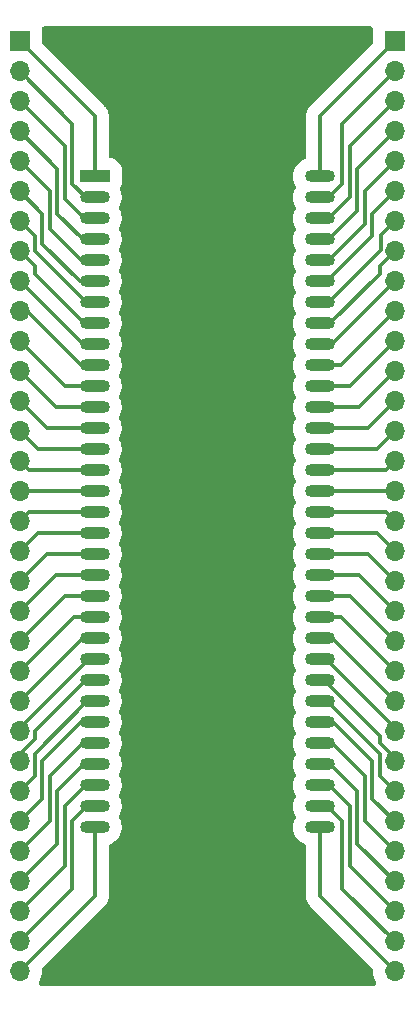
<source format=gbl>
G04 #@! TF.GenerationSoftware,KiCad,Pcbnew,7.0.7*
G04 #@! TF.CreationDate,2023-08-26T15:25:03-04:00*
G04 #@! TF.ProjectId,68-pin 1.778mm to 2.54mm adaptor,36382d70-696e-4203-912e-3737386d6d20,1*
G04 #@! TF.SameCoordinates,Original*
G04 #@! TF.FileFunction,Copper,L2,Bot*
G04 #@! TF.FilePolarity,Positive*
%FSLAX46Y46*%
G04 Gerber Fmt 4.6, Leading zero omitted, Abs format (unit mm)*
G04 Created by KiCad (PCBNEW 7.0.7) date 2023-08-26 15:25:03*
%MOMM*%
%LPD*%
G01*
G04 APERTURE LIST*
G04 #@! TA.AperFunction,ComponentPad*
%ADD10R,2.540000X1.016000*%
G04 #@! TD*
G04 #@! TA.AperFunction,ComponentPad*
%ADD11O,2.540000X1.016000*%
G04 #@! TD*
G04 #@! TA.AperFunction,ComponentPad*
%ADD12R,1.700000X1.700000*%
G04 #@! TD*
G04 #@! TA.AperFunction,ComponentPad*
%ADD13O,1.700000X1.700000*%
G04 #@! TD*
G04 #@! TA.AperFunction,Conductor*
%ADD14C,0.333000*%
G04 #@! TD*
G04 #@! TA.AperFunction,Conductor*
%ADD15C,0.250000*%
G04 #@! TD*
G04 APERTURE END LIST*
D10*
X118110000Y-57150000D03*
D11*
X118110000Y-58928000D03*
X118110000Y-60706000D03*
X118110000Y-62484000D03*
X118110000Y-64262000D03*
X118110000Y-66040000D03*
X118110000Y-67818000D03*
X118110000Y-69596000D03*
X118110000Y-71374000D03*
X118110000Y-73152000D03*
X118110000Y-74930000D03*
X118110000Y-76708000D03*
X118110000Y-78486000D03*
X118110000Y-80264000D03*
X118110000Y-82042000D03*
X118110000Y-83820000D03*
X118110000Y-85598000D03*
X118110000Y-87376000D03*
X118110000Y-89154000D03*
X118110000Y-90932000D03*
X118110000Y-92710000D03*
X118110000Y-94488000D03*
X118110000Y-96266000D03*
X118110000Y-98044000D03*
X118110000Y-99822000D03*
X118110000Y-101600000D03*
X118110000Y-103378000D03*
X118110000Y-105156000D03*
X118110000Y-106934000D03*
X118110000Y-108712000D03*
X118110000Y-110490000D03*
X118110000Y-112268000D03*
X137160000Y-112268000D03*
X137160000Y-110490000D03*
X137160000Y-108712000D03*
X137160000Y-106934000D03*
X137160000Y-105156000D03*
X137160000Y-103378000D03*
X137160000Y-101600000D03*
X137160000Y-99822000D03*
X137160000Y-98044000D03*
X137160000Y-96266000D03*
X137160000Y-94488000D03*
X137160000Y-92710000D03*
X137160000Y-90932000D03*
X137160000Y-89154000D03*
X137160000Y-87376000D03*
X137160000Y-85598000D03*
X137160000Y-83820000D03*
X137160000Y-82042000D03*
X137160000Y-80264000D03*
X137160000Y-78486000D03*
X137160000Y-76708000D03*
X137160000Y-74930000D03*
X137160000Y-73152000D03*
X137160000Y-71374000D03*
X137160000Y-69596000D03*
X137160000Y-67818000D03*
X137160000Y-66040000D03*
X137160000Y-64262000D03*
X137160000Y-62484000D03*
X137160000Y-60706000D03*
X137160000Y-58928000D03*
X137160000Y-57150000D03*
D12*
X143510000Y-45720000D03*
D13*
X143510000Y-48260000D03*
X143510000Y-50800000D03*
X143510000Y-53340000D03*
X143510000Y-55880000D03*
X143510000Y-58420000D03*
X143510000Y-60960000D03*
X143510000Y-63500000D03*
X143510000Y-66040000D03*
X143510000Y-68580000D03*
X143510000Y-71120000D03*
X143510000Y-73660000D03*
X143510000Y-76200000D03*
X143510000Y-78740000D03*
X143510000Y-81280000D03*
X143510000Y-83820000D03*
X143510000Y-86360000D03*
X143510000Y-88900000D03*
X143510000Y-91440000D03*
X143510000Y-93980000D03*
X143510000Y-96520000D03*
X143510000Y-99060000D03*
X143510000Y-101600000D03*
X143510000Y-104140000D03*
X143510000Y-106680000D03*
X143510000Y-109220000D03*
X143510000Y-111760000D03*
X143510000Y-114300000D03*
X143510000Y-116840000D03*
X143510000Y-119380000D03*
X143510000Y-121920000D03*
X143510000Y-124460000D03*
D12*
X111760000Y-45720000D03*
D13*
X111760000Y-48260000D03*
X111760000Y-50800000D03*
X111760000Y-53340000D03*
X111760000Y-55880000D03*
X111760000Y-58420000D03*
X111760000Y-60960000D03*
X111760000Y-63500000D03*
X111760000Y-66040000D03*
X111760000Y-68580000D03*
X111760000Y-71120000D03*
X111760000Y-73660000D03*
X111760000Y-76200000D03*
X111760000Y-78740000D03*
X111760000Y-81280000D03*
X111760000Y-83820000D03*
X111760000Y-86360000D03*
X111760000Y-88900000D03*
X111760000Y-91440000D03*
X111760000Y-93980000D03*
X111760000Y-96520000D03*
X111760000Y-99060000D03*
X111760000Y-101600000D03*
X111760000Y-104140000D03*
X111760000Y-106680000D03*
X111760000Y-109220000D03*
X111760000Y-111760000D03*
X111760000Y-114300000D03*
X111760000Y-116840000D03*
X111760000Y-119380000D03*
X111760000Y-121920000D03*
X111760000Y-124460000D03*
D14*
X111760000Y-45720000D02*
X118110000Y-52070000D01*
X118110000Y-52070000D02*
X118110000Y-57150000D01*
X116205000Y-52705000D02*
X116205000Y-57785000D01*
X117348000Y-58928000D02*
X118110000Y-58928000D01*
X116205000Y-57785000D02*
X117348000Y-58928000D01*
X111760000Y-48260000D02*
X116205000Y-52705000D01*
X115570000Y-59055000D02*
X117221000Y-60706000D01*
X115570000Y-54610000D02*
X111760000Y-50800000D01*
X115570000Y-54610000D02*
X115570000Y-59055000D01*
X117221000Y-60706000D02*
X118110000Y-60706000D01*
X114935000Y-60325000D02*
X114935000Y-56515000D01*
X117094000Y-62484000D02*
X114935000Y-60325000D01*
X118110000Y-62484000D02*
X117094000Y-62484000D01*
X114935000Y-56515000D02*
X111760000Y-53340000D01*
X116967000Y-64262000D02*
X114300000Y-61595000D01*
X114300000Y-58420000D02*
X111760000Y-55880000D01*
X118110000Y-64262000D02*
X116967000Y-64262000D01*
X114300000Y-61595000D02*
X114300000Y-58420000D01*
X116840000Y-66040000D02*
X113665000Y-62865000D01*
X118110000Y-66040000D02*
X116840000Y-66040000D01*
X113665000Y-60325000D02*
X111760000Y-58420000D01*
X113665000Y-62865000D02*
X113665000Y-60325000D01*
X113030000Y-62230000D02*
X113030000Y-63500000D01*
X113030000Y-63500000D02*
X117348000Y-67818000D01*
X111760000Y-60960000D02*
X113030000Y-62230000D01*
X117348000Y-67818000D02*
X118110000Y-67818000D01*
X111760000Y-63500000D02*
X113030000Y-64770000D01*
X118110000Y-69596000D02*
X117221000Y-69596000D01*
X113030000Y-65405000D02*
X113030000Y-64770000D01*
X117221000Y-69596000D02*
X113030000Y-65405000D01*
X111760000Y-66040000D02*
X117094000Y-71374000D01*
X117094000Y-71374000D02*
X118110000Y-71374000D01*
X116967000Y-73152000D02*
X112395000Y-68580000D01*
X112395000Y-68580000D02*
X111760000Y-68580000D01*
X118110000Y-73152000D02*
X116967000Y-73152000D01*
X115570000Y-74930000D02*
X118110000Y-74930000D01*
X111760000Y-71120000D02*
X115570000Y-74930000D01*
X114808000Y-76708000D02*
X118110000Y-76708000D01*
X111760000Y-73660000D02*
X114808000Y-76708000D01*
X114046000Y-78486000D02*
X118110000Y-78486000D01*
X111760000Y-76200000D02*
X114046000Y-78486000D01*
X113284000Y-80264000D02*
X118110000Y-80264000D01*
X111760000Y-78740000D02*
X113284000Y-80264000D01*
X111760000Y-81280000D02*
X112522000Y-82042000D01*
X112522000Y-82042000D02*
X118110000Y-82042000D01*
X118110000Y-83820000D02*
X111760000Y-83820000D01*
X112522000Y-85598000D02*
X111760000Y-86360000D01*
X118110000Y-85598000D02*
X112522000Y-85598000D01*
X118110000Y-87376000D02*
X113284000Y-87376000D01*
X113284000Y-87376000D02*
X111760000Y-88900000D01*
X118110000Y-89154000D02*
X114046000Y-89154000D01*
X114046000Y-89154000D02*
X111760000Y-91440000D01*
X114808000Y-90932000D02*
X111760000Y-93980000D01*
X118110000Y-90932000D02*
X114808000Y-90932000D01*
X118110000Y-92710000D02*
X115570000Y-92710000D01*
X115570000Y-92710000D02*
X111760000Y-96520000D01*
X118110000Y-94488000D02*
X116332000Y-94488000D01*
X116332000Y-94488000D02*
X111760000Y-99060000D01*
X118110000Y-96266000D02*
X117094000Y-96266000D01*
X117094000Y-96266000D02*
X111760000Y-101600000D01*
X111760000Y-104140000D02*
X111760000Y-103886000D01*
X118110000Y-98044000D02*
X117856000Y-98044000D01*
X111760000Y-103886000D02*
X117602000Y-98044000D01*
D15*
X117602000Y-98044000D02*
X118110000Y-98044000D01*
D14*
X113030000Y-104775000D02*
X113030000Y-104140000D01*
X113030000Y-104140000D02*
X117348000Y-99822000D01*
X111760000Y-106045000D02*
X113030000Y-104775000D01*
X117348000Y-99822000D02*
X118110000Y-99822000D01*
X111760000Y-106680000D02*
X111760000Y-106045000D01*
X117475000Y-101600000D02*
X118110000Y-101600000D01*
X113030000Y-107950000D02*
X113030000Y-106045000D01*
X111760000Y-109220000D02*
X113030000Y-107950000D01*
X113030000Y-106045000D02*
X117475000Y-101600000D01*
X111760000Y-111760000D02*
X113665000Y-109855000D01*
X113665000Y-109855000D02*
X113665000Y-106680000D01*
X116967000Y-103378000D02*
X118110000Y-103378000D01*
X113665000Y-106680000D02*
X116967000Y-103378000D01*
X111760000Y-114300000D02*
X114300000Y-111760000D01*
X117094000Y-105156000D02*
X118110000Y-105156000D01*
X114300000Y-107950000D02*
X117094000Y-105156000D01*
X114300000Y-111760000D02*
X114300000Y-107950000D01*
X114935000Y-109220000D02*
X117221000Y-106934000D01*
X117221000Y-106934000D02*
X118110000Y-106934000D01*
X111760000Y-116840000D02*
X114935000Y-113665000D01*
X114935000Y-113665000D02*
X114935000Y-109220000D01*
X111760000Y-119380000D02*
X115570000Y-115570000D01*
X115570000Y-110490000D02*
X117348000Y-108712000D01*
X115570000Y-115570000D02*
X115570000Y-110490000D01*
X117348000Y-108712000D02*
X118110000Y-108712000D01*
X116205000Y-111760000D02*
X117475000Y-110490000D01*
X111760000Y-121920000D02*
X116205000Y-117475000D01*
X117475000Y-110490000D02*
X118110000Y-110490000D01*
X116205000Y-112174270D02*
X116205000Y-111760000D01*
X116205000Y-117475000D02*
X116205000Y-112174270D01*
X118110000Y-118110000D02*
X118110000Y-112268000D01*
X111760000Y-124460000D02*
X118110000Y-118110000D01*
X137160000Y-52070000D02*
X137160000Y-57150000D01*
X143510000Y-45720000D02*
X137160000Y-52070000D01*
X139065000Y-57785000D02*
X139065000Y-52705000D01*
X139065000Y-52705000D02*
X143510000Y-48260000D01*
X137160000Y-58928000D02*
X137922000Y-58928000D01*
X137922000Y-58928000D02*
X139065000Y-57785000D01*
X139700000Y-58928000D02*
X139700000Y-54610000D01*
X137922000Y-60706000D02*
X139700000Y-58928000D01*
X137160000Y-60706000D02*
X137922000Y-60706000D01*
X139700000Y-54610000D02*
X143510000Y-50800000D01*
X137922000Y-62484000D02*
X140335000Y-60071000D01*
X140335000Y-56515000D02*
X143510000Y-53340000D01*
X137160000Y-62484000D02*
X137922000Y-62484000D01*
X140335000Y-60071000D02*
X140335000Y-56515000D01*
X137160000Y-64262000D02*
X137922000Y-64262000D01*
X137922000Y-64262000D02*
X140970000Y-61214000D01*
X140970000Y-61214000D02*
X140970000Y-58420000D01*
X140970000Y-58420000D02*
X143510000Y-55880000D01*
X137160000Y-66040000D02*
X137795000Y-66040000D01*
X141605000Y-62230000D02*
X141605000Y-60325000D01*
X141605000Y-60325000D02*
X143510000Y-58420000D01*
X137795000Y-66040000D02*
X141605000Y-62230000D01*
X142293500Y-63446500D02*
X137922000Y-67818000D01*
X143510000Y-60960000D02*
X142293500Y-62176500D01*
X137922000Y-67818000D02*
X137160000Y-67818000D01*
X142293500Y-62176500D02*
X142293500Y-63446500D01*
X138049000Y-69596000D02*
X137160000Y-69596000D01*
X143510000Y-63500000D02*
X142240000Y-64770000D01*
X142240000Y-64770000D02*
X142240000Y-65405000D01*
X142240000Y-65405000D02*
X138049000Y-69596000D01*
X143510000Y-66040000D02*
X138176000Y-71374000D01*
X138176000Y-71374000D02*
X137160000Y-71374000D01*
X143510000Y-68580000D02*
X138938000Y-73152000D01*
X138938000Y-73152000D02*
X137160000Y-73152000D01*
X143510000Y-71120000D02*
X139700000Y-74930000D01*
X139700000Y-74930000D02*
X137160000Y-74930000D01*
X143510000Y-73660000D02*
X140462000Y-76708000D01*
X140462000Y-76708000D02*
X137160000Y-76708000D01*
X143510000Y-76200000D02*
X141224000Y-78486000D01*
X141224000Y-78486000D02*
X137160000Y-78486000D01*
X143510000Y-78740000D02*
X141986000Y-80264000D01*
X141986000Y-80264000D02*
X137160000Y-80264000D01*
X143510000Y-81280000D02*
X142748000Y-82042000D01*
X142748000Y-82042000D02*
X137160000Y-82042000D01*
X137160000Y-83820000D02*
X143510000Y-83820000D01*
X142748000Y-85598000D02*
X137160000Y-85598000D01*
X143510000Y-86360000D02*
X142748000Y-85598000D01*
X141986000Y-87376000D02*
X137160000Y-87376000D01*
X143510000Y-88900000D02*
X141986000Y-87376000D01*
X143510000Y-91440000D02*
X141224000Y-89154000D01*
X141224000Y-89154000D02*
X137160000Y-89154000D01*
X143510000Y-93980000D02*
X140462000Y-90932000D01*
X140462000Y-90932000D02*
X137160000Y-90932000D01*
X143510000Y-96520000D02*
X139700000Y-92710000D01*
X139700000Y-92710000D02*
X137160000Y-92710000D01*
X138938000Y-94488000D02*
X137160000Y-94488000D01*
X143510000Y-99060000D02*
X138938000Y-94488000D01*
X138176000Y-96266000D02*
X137160000Y-96266000D01*
X143510000Y-101600000D02*
X138176000Y-96266000D01*
X137160000Y-98044000D02*
X137668000Y-98044000D01*
X143510000Y-103886000D02*
X143510000Y-104140000D01*
X137668000Y-98044000D02*
X143510000Y-103886000D01*
X142240000Y-104521000D02*
X137541000Y-99822000D01*
X143510000Y-106426000D02*
X142240000Y-105156000D01*
X143510000Y-106680000D02*
X143510000Y-106426000D01*
X137541000Y-99822000D02*
X137160000Y-99822000D01*
X142240000Y-105156000D02*
X142240000Y-104521000D01*
X137160000Y-101600000D02*
X137795000Y-101600000D01*
X142240000Y-106045000D02*
X142240000Y-107950000D01*
X137795000Y-101600000D02*
X142240000Y-106045000D01*
X142240000Y-107950000D02*
X143510000Y-109220000D01*
X137160000Y-103378000D02*
X138303000Y-103378000D01*
X141605000Y-106680000D02*
X141605000Y-109855000D01*
X138303000Y-103378000D02*
X141605000Y-106680000D01*
X141605000Y-109855000D02*
X143510000Y-111760000D01*
X140970000Y-107950000D02*
X140970000Y-111760000D01*
X140970000Y-111760000D02*
X143510000Y-114300000D01*
X138176000Y-105156000D02*
X140970000Y-107950000D01*
X137160000Y-105156000D02*
X138176000Y-105156000D01*
X140335000Y-113665000D02*
X143510000Y-116840000D01*
X140335000Y-109220000D02*
X140335000Y-113665000D01*
X137160000Y-106934000D02*
X138049000Y-106934000D01*
X138049000Y-106934000D02*
X140335000Y-109220000D01*
X137922000Y-108712000D02*
X139700000Y-110490000D01*
X139700000Y-110490000D02*
X139700000Y-115570000D01*
X139700000Y-115570000D02*
X143510000Y-119380000D01*
X137160000Y-108712000D02*
X137922000Y-108712000D01*
X137795000Y-110490000D02*
X139065000Y-111760000D01*
X137160000Y-110490000D02*
X137795000Y-110490000D01*
X139065000Y-117475000D02*
X143510000Y-121920000D01*
X139065000Y-111760000D02*
X139065000Y-117475000D01*
X137160000Y-118110000D02*
X137160000Y-112268000D01*
X143510000Y-124460000D02*
X137160000Y-118110000D01*
G04 #@! TA.AperFunction,NonConductor*
G36*
X141511119Y-44479258D02*
G01*
X141593198Y-44534102D01*
X141648042Y-44616181D01*
X141667300Y-44713000D01*
X141666306Y-44735404D01*
X141659500Y-44811959D01*
X141659500Y-45815316D01*
X141640242Y-45912135D01*
X141585398Y-45994214D01*
X136355937Y-51223674D01*
X136351712Y-51227708D01*
X136293880Y-51280430D01*
X136246732Y-51342863D01*
X136243106Y-51347442D01*
X136193106Y-51407656D01*
X136193098Y-51407668D01*
X136184173Y-51423691D01*
X136174608Y-51438371D01*
X136163547Y-51453020D01*
X136128663Y-51523076D01*
X136125942Y-51528237D01*
X136125939Y-51528245D01*
X136125938Y-51528246D01*
X136087861Y-51596605D01*
X136082031Y-51614000D01*
X136075322Y-51630197D01*
X136067143Y-51646622D01*
X136067140Y-51646631D01*
X136045727Y-51721891D01*
X136043999Y-51727473D01*
X136019129Y-51801671D01*
X136016594Y-51819846D01*
X136012977Y-51836994D01*
X136007957Y-51854642D01*
X136007955Y-51854649D01*
X136000735Y-51932562D01*
X136000062Y-51938363D01*
X135989251Y-52015870D01*
X135992865Y-52094043D01*
X135993000Y-52099886D01*
X135993000Y-55515629D01*
X135973742Y-55612448D01*
X135918898Y-55694527D01*
X135839170Y-55748383D01*
X135694682Y-55809944D01*
X135488833Y-55940115D01*
X135306531Y-56101619D01*
X135306526Y-56101625D01*
X135152488Y-56290288D01*
X135030709Y-56501217D01*
X134944342Y-56728947D01*
X134895626Y-56967577D01*
X134885819Y-57210942D01*
X134915176Y-57452717D01*
X134915178Y-57452728D01*
X134982937Y-57686658D01*
X134982939Y-57686662D01*
X135087350Y-57906704D01*
X135087352Y-57906707D01*
X135087354Y-57906711D01*
X135092448Y-57915534D01*
X135090045Y-57916921D01*
X135121898Y-57990696D01*
X135123367Y-58089401D01*
X135093626Y-58170239D01*
X135030710Y-58279213D01*
X134944342Y-58506947D01*
X134895626Y-58745577D01*
X134885819Y-58988942D01*
X134915176Y-59230717D01*
X134915178Y-59230728D01*
X134982937Y-59464658D01*
X134982939Y-59464662D01*
X135087350Y-59684704D01*
X135087352Y-59684707D01*
X135087354Y-59684711D01*
X135092448Y-59693534D01*
X135090045Y-59694921D01*
X135121898Y-59768696D01*
X135123367Y-59867401D01*
X135093626Y-59948239D01*
X135030710Y-60057213D01*
X134944342Y-60284947D01*
X134895626Y-60523577D01*
X134885819Y-60766942D01*
X134915176Y-61008717D01*
X134915178Y-61008728D01*
X134982937Y-61242658D01*
X134982939Y-61242662D01*
X135087350Y-61462704D01*
X135087352Y-61462707D01*
X135087354Y-61462711D01*
X135092448Y-61471534D01*
X135090045Y-61472921D01*
X135121898Y-61546696D01*
X135123367Y-61645401D01*
X135093626Y-61726239D01*
X135030710Y-61835213D01*
X134944342Y-62062947D01*
X134895626Y-62301577D01*
X134885819Y-62544942D01*
X134915176Y-62786717D01*
X134915178Y-62786728D01*
X134982937Y-63020658D01*
X134982939Y-63020662D01*
X135087350Y-63240704D01*
X135087352Y-63240707D01*
X135087354Y-63240711D01*
X135092448Y-63249534D01*
X135090045Y-63250921D01*
X135121898Y-63324696D01*
X135123367Y-63423401D01*
X135093626Y-63504239D01*
X135030710Y-63613213D01*
X134944342Y-63840947D01*
X134907242Y-64022678D01*
X134895626Y-64079579D01*
X134885964Y-64319355D01*
X134885819Y-64322942D01*
X134915176Y-64564717D01*
X134915178Y-64564728D01*
X134982937Y-64798658D01*
X134982939Y-64798662D01*
X135087350Y-65018704D01*
X135087352Y-65018707D01*
X135087354Y-65018711D01*
X135092448Y-65027534D01*
X135090045Y-65028921D01*
X135121898Y-65102696D01*
X135123367Y-65201401D01*
X135093626Y-65282239D01*
X135030710Y-65391213D01*
X134944342Y-65618947D01*
X134895626Y-65857577D01*
X134885819Y-66100942D01*
X134915176Y-66342717D01*
X134915178Y-66342728D01*
X134982937Y-66576658D01*
X134982939Y-66576662D01*
X135087350Y-66796704D01*
X135087352Y-66796707D01*
X135087354Y-66796711D01*
X135092448Y-66805534D01*
X135090045Y-66806921D01*
X135121898Y-66880696D01*
X135123367Y-66979401D01*
X135093626Y-67060239D01*
X135030710Y-67169213D01*
X134944342Y-67396947D01*
X134895626Y-67635577D01*
X134885819Y-67878942D01*
X134915176Y-68120717D01*
X134915178Y-68120728D01*
X134982937Y-68354658D01*
X134982939Y-68354662D01*
X135087350Y-68574704D01*
X135087352Y-68574707D01*
X135087354Y-68574711D01*
X135092448Y-68583534D01*
X135090045Y-68584921D01*
X135121898Y-68658696D01*
X135123367Y-68757401D01*
X135093626Y-68838239D01*
X135030710Y-68947213D01*
X134944342Y-69174947D01*
X134895626Y-69413577D01*
X134885819Y-69656942D01*
X134915176Y-69898717D01*
X134915178Y-69898728D01*
X134982937Y-70132658D01*
X134982939Y-70132662D01*
X135087350Y-70352704D01*
X135087352Y-70352707D01*
X135087354Y-70352711D01*
X135092448Y-70361534D01*
X135090045Y-70362921D01*
X135121898Y-70436696D01*
X135123367Y-70535401D01*
X135093626Y-70616239D01*
X135030710Y-70725213D01*
X134944342Y-70952947D01*
X134895626Y-71191577D01*
X134885819Y-71434942D01*
X134915176Y-71676717D01*
X134915178Y-71676728D01*
X134982937Y-71910658D01*
X134982939Y-71910662D01*
X135087350Y-72130704D01*
X135087352Y-72130707D01*
X135087354Y-72130711D01*
X135092448Y-72139534D01*
X135090045Y-72140921D01*
X135121898Y-72214696D01*
X135123367Y-72313401D01*
X135093626Y-72394239D01*
X135030710Y-72503213D01*
X134944342Y-72730947D01*
X134895626Y-72969577D01*
X134885819Y-73212942D01*
X134915176Y-73454717D01*
X134915178Y-73454728D01*
X134982937Y-73688658D01*
X134982939Y-73688662D01*
X135087350Y-73908704D01*
X135087352Y-73908707D01*
X135087354Y-73908711D01*
X135092448Y-73917534D01*
X135090045Y-73918921D01*
X135121898Y-73992696D01*
X135123367Y-74091401D01*
X135093626Y-74172239D01*
X135030710Y-74281213D01*
X134944342Y-74508947D01*
X134895626Y-74747577D01*
X134885819Y-74990942D01*
X134915176Y-75232717D01*
X134915178Y-75232728D01*
X134982937Y-75466658D01*
X134982939Y-75466662D01*
X135087350Y-75686704D01*
X135087352Y-75686707D01*
X135087354Y-75686711D01*
X135092448Y-75695534D01*
X135090045Y-75696921D01*
X135121898Y-75770696D01*
X135123367Y-75869401D01*
X135093626Y-75950239D01*
X135030710Y-76059213D01*
X134944342Y-76286947D01*
X134895626Y-76525577D01*
X134885819Y-76768942D01*
X134915176Y-77010717D01*
X134915178Y-77010728D01*
X134982937Y-77244658D01*
X134982939Y-77244662D01*
X135087350Y-77464704D01*
X135087352Y-77464707D01*
X135087354Y-77464711D01*
X135092448Y-77473534D01*
X135090045Y-77474921D01*
X135121898Y-77548696D01*
X135123367Y-77647401D01*
X135093626Y-77728239D01*
X135030710Y-77837213D01*
X134944342Y-78064947D01*
X134895626Y-78303577D01*
X134885819Y-78546942D01*
X134915176Y-78788717D01*
X134915178Y-78788728D01*
X134982937Y-79022658D01*
X134982939Y-79022662D01*
X135087350Y-79242704D01*
X135087352Y-79242707D01*
X135087354Y-79242711D01*
X135092448Y-79251534D01*
X135090045Y-79252921D01*
X135121898Y-79326696D01*
X135123367Y-79425401D01*
X135093626Y-79506239D01*
X135030710Y-79615213D01*
X134944342Y-79842947D01*
X134895626Y-80081577D01*
X134885819Y-80324942D01*
X134915176Y-80566717D01*
X134915178Y-80566728D01*
X134982937Y-80800658D01*
X134982939Y-80800662D01*
X135087350Y-81020704D01*
X135087352Y-81020707D01*
X135087354Y-81020711D01*
X135092448Y-81029534D01*
X135090045Y-81030921D01*
X135121898Y-81104696D01*
X135123367Y-81203401D01*
X135093626Y-81284239D01*
X135030710Y-81393213D01*
X134944342Y-81620947D01*
X134907242Y-81802678D01*
X134895626Y-81859579D01*
X134885964Y-82099355D01*
X134885819Y-82102942D01*
X134915176Y-82344717D01*
X134915178Y-82344728D01*
X134982937Y-82578658D01*
X134982939Y-82578662D01*
X135087350Y-82798704D01*
X135087352Y-82798707D01*
X135087354Y-82798711D01*
X135092448Y-82807534D01*
X135090045Y-82808921D01*
X135121898Y-82882696D01*
X135123367Y-82981401D01*
X135093626Y-83062239D01*
X135030710Y-83171213D01*
X134944342Y-83398947D01*
X134895626Y-83637577D01*
X134885819Y-83880942D01*
X134915176Y-84122717D01*
X134915178Y-84122728D01*
X134982937Y-84356658D01*
X134982939Y-84356662D01*
X135087350Y-84576704D01*
X135087352Y-84576707D01*
X135087354Y-84576711D01*
X135092448Y-84585534D01*
X135090045Y-84586921D01*
X135121898Y-84660696D01*
X135123367Y-84759401D01*
X135093626Y-84840239D01*
X135030710Y-84949213D01*
X134944342Y-85176947D01*
X134895626Y-85415577D01*
X134885819Y-85658942D01*
X134915176Y-85900717D01*
X134915178Y-85900728D01*
X134982937Y-86134658D01*
X134982939Y-86134662D01*
X135087350Y-86354704D01*
X135087352Y-86354707D01*
X135087354Y-86354711D01*
X135092448Y-86363534D01*
X135090045Y-86364921D01*
X135121898Y-86438696D01*
X135123367Y-86537401D01*
X135093626Y-86618239D01*
X135030710Y-86727213D01*
X134944342Y-86954947D01*
X134895626Y-87193577D01*
X134885819Y-87436942D01*
X134915176Y-87678717D01*
X134915178Y-87678728D01*
X134982937Y-87912658D01*
X134982939Y-87912662D01*
X135087350Y-88132704D01*
X135087352Y-88132707D01*
X135087354Y-88132711D01*
X135092448Y-88141534D01*
X135090045Y-88142921D01*
X135121898Y-88216696D01*
X135123367Y-88315401D01*
X135093626Y-88396239D01*
X135030710Y-88505213D01*
X134944342Y-88732947D01*
X134895626Y-88971577D01*
X134885819Y-89214942D01*
X134915176Y-89456717D01*
X134915178Y-89456728D01*
X134982937Y-89690658D01*
X134982939Y-89690662D01*
X135087350Y-89910704D01*
X135087352Y-89910707D01*
X135087354Y-89910711D01*
X135092448Y-89919534D01*
X135090045Y-89920921D01*
X135121898Y-89994696D01*
X135123367Y-90093401D01*
X135093626Y-90174239D01*
X135030710Y-90283213D01*
X134944342Y-90510947D01*
X134895626Y-90749577D01*
X134885819Y-90992942D01*
X134915176Y-91234717D01*
X134915178Y-91234728D01*
X134982937Y-91468658D01*
X134982939Y-91468662D01*
X135087350Y-91688704D01*
X135087352Y-91688707D01*
X135087354Y-91688711D01*
X135092448Y-91697534D01*
X135090045Y-91698921D01*
X135121898Y-91772696D01*
X135123367Y-91871401D01*
X135093626Y-91952239D01*
X135030710Y-92061213D01*
X134944342Y-92288947D01*
X134895626Y-92527577D01*
X134885819Y-92770942D01*
X134915176Y-93012717D01*
X134915178Y-93012728D01*
X134982937Y-93246658D01*
X134982939Y-93246662D01*
X135087350Y-93466704D01*
X135087352Y-93466707D01*
X135087354Y-93466711D01*
X135092448Y-93475534D01*
X135090045Y-93476921D01*
X135121898Y-93550696D01*
X135123367Y-93649401D01*
X135093626Y-93730239D01*
X135030710Y-93839213D01*
X134944342Y-94066947D01*
X134895626Y-94305577D01*
X134885819Y-94548942D01*
X134915176Y-94790717D01*
X134915178Y-94790728D01*
X134982937Y-95024658D01*
X134982939Y-95024662D01*
X135087350Y-95244704D01*
X135087352Y-95244707D01*
X135087354Y-95244711D01*
X135092448Y-95253534D01*
X135090045Y-95254921D01*
X135121898Y-95328696D01*
X135123367Y-95427401D01*
X135093626Y-95508239D01*
X135030710Y-95617213D01*
X134944342Y-95844947D01*
X134895626Y-96083577D01*
X134885819Y-96326942D01*
X134915176Y-96568717D01*
X134915178Y-96568728D01*
X134982937Y-96802658D01*
X134982939Y-96802662D01*
X135087350Y-97022704D01*
X135087352Y-97022707D01*
X135087354Y-97022711D01*
X135092448Y-97031534D01*
X135090045Y-97032921D01*
X135121898Y-97106696D01*
X135123367Y-97205401D01*
X135093626Y-97286239D01*
X135030710Y-97395213D01*
X134944342Y-97622947D01*
X134895626Y-97861577D01*
X134885819Y-98104942D01*
X134915176Y-98346717D01*
X134915178Y-98346728D01*
X134982937Y-98580658D01*
X134982939Y-98580662D01*
X135087350Y-98800704D01*
X135087352Y-98800707D01*
X135087354Y-98800711D01*
X135092448Y-98809534D01*
X135090045Y-98810921D01*
X135121898Y-98884696D01*
X135123367Y-98983401D01*
X135093626Y-99064239D01*
X135030710Y-99173213D01*
X134944342Y-99400947D01*
X134907242Y-99582678D01*
X134895626Y-99639579D01*
X134885964Y-99879355D01*
X134885819Y-99882942D01*
X134915176Y-100124717D01*
X134915178Y-100124728D01*
X134982937Y-100358658D01*
X134982939Y-100358662D01*
X135087350Y-100578704D01*
X135087352Y-100578707D01*
X135087354Y-100578711D01*
X135092448Y-100587534D01*
X135090045Y-100588921D01*
X135121898Y-100662696D01*
X135123367Y-100761401D01*
X135093626Y-100842239D01*
X135030710Y-100951213D01*
X134944342Y-101178947D01*
X134895626Y-101417577D01*
X134885819Y-101660942D01*
X134915176Y-101902717D01*
X134915178Y-101902728D01*
X134982937Y-102136658D01*
X134982939Y-102136662D01*
X135087350Y-102356704D01*
X135087352Y-102356707D01*
X135087354Y-102356711D01*
X135092448Y-102365534D01*
X135090045Y-102366921D01*
X135121898Y-102440696D01*
X135123367Y-102539401D01*
X135093626Y-102620239D01*
X135030710Y-102729213D01*
X134944342Y-102956947D01*
X134895626Y-103195577D01*
X134885819Y-103438942D01*
X134915176Y-103680717D01*
X134915178Y-103680728D01*
X134982937Y-103914658D01*
X134982939Y-103914662D01*
X135087350Y-104134704D01*
X135087352Y-104134707D01*
X135087354Y-104134711D01*
X135092448Y-104143534D01*
X135090045Y-104144921D01*
X135121898Y-104218696D01*
X135123367Y-104317401D01*
X135093626Y-104398239D01*
X135030710Y-104507213D01*
X134944342Y-104734947D01*
X134895626Y-104973577D01*
X134885819Y-105216942D01*
X134915176Y-105458717D01*
X134915178Y-105458728D01*
X134982937Y-105692658D01*
X134982939Y-105692662D01*
X135087350Y-105912704D01*
X135087352Y-105912707D01*
X135087354Y-105912711D01*
X135092448Y-105921534D01*
X135090045Y-105922921D01*
X135121898Y-105996696D01*
X135123367Y-106095401D01*
X135093626Y-106176239D01*
X135030710Y-106285213D01*
X134944342Y-106512947D01*
X134895626Y-106751577D01*
X134885819Y-106994942D01*
X134915176Y-107236717D01*
X134915178Y-107236728D01*
X134982937Y-107470658D01*
X134982939Y-107470662D01*
X135087350Y-107690704D01*
X135087352Y-107690707D01*
X135087354Y-107690711D01*
X135092448Y-107699534D01*
X135090045Y-107700921D01*
X135121898Y-107774696D01*
X135123367Y-107873401D01*
X135093626Y-107954239D01*
X135030710Y-108063213D01*
X134944342Y-108290947D01*
X134895626Y-108529577D01*
X134885819Y-108772942D01*
X134915176Y-109014717D01*
X134915178Y-109014728D01*
X134982937Y-109248658D01*
X134982939Y-109248662D01*
X135087350Y-109468704D01*
X135087352Y-109468707D01*
X135087354Y-109468711D01*
X135092448Y-109477534D01*
X135090045Y-109478921D01*
X135121898Y-109552696D01*
X135123367Y-109651401D01*
X135093626Y-109732239D01*
X135030710Y-109841213D01*
X134944342Y-110068947D01*
X134895626Y-110307577D01*
X134885819Y-110550942D01*
X134915176Y-110792717D01*
X134915178Y-110792728D01*
X134982937Y-111026658D01*
X134982939Y-111026662D01*
X135087350Y-111246704D01*
X135087352Y-111246707D01*
X135087354Y-111246711D01*
X135092448Y-111255534D01*
X135090045Y-111256921D01*
X135121898Y-111330696D01*
X135123367Y-111429401D01*
X135093626Y-111510239D01*
X135030710Y-111619213D01*
X134944342Y-111846947D01*
X134895626Y-112085577D01*
X134885819Y-112328942D01*
X134915176Y-112570717D01*
X134915178Y-112570728D01*
X134982937Y-112804658D01*
X135087352Y-113024708D01*
X135087357Y-113024716D01*
X135225704Y-113225144D01*
X135225707Y-113225148D01*
X135394425Y-113400802D01*
X135394429Y-113400805D01*
X135589132Y-113547115D01*
X135589140Y-113547120D01*
X135804786Y-113660300D01*
X135804795Y-113660304D01*
X135820111Y-113665417D01*
X135905849Y-113714340D01*
X135966339Y-113792351D01*
X135992371Y-113887572D01*
X135993000Y-113905398D01*
X135993000Y-118080112D01*
X135992865Y-118085955D01*
X135989251Y-118164127D01*
X136000060Y-118241618D01*
X136000733Y-118247420D01*
X136007955Y-118325349D01*
X136007957Y-118325361D01*
X136012976Y-118343001D01*
X136016594Y-118360152D01*
X136019129Y-118378327D01*
X136043996Y-118452518D01*
X136045724Y-118458099D01*
X136067140Y-118533369D01*
X136067143Y-118533377D01*
X136075318Y-118549793D01*
X136082030Y-118565997D01*
X136087859Y-118583389D01*
X136087863Y-118583398D01*
X136125937Y-118651752D01*
X136128664Y-118656924D01*
X136163546Y-118726978D01*
X136163547Y-118726980D01*
X136174603Y-118741620D01*
X136184177Y-118756314D01*
X136193104Y-118772340D01*
X136243097Y-118832544D01*
X136246719Y-118837117D01*
X136293882Y-118899571D01*
X136351713Y-118952291D01*
X136355940Y-118956327D01*
X141586745Y-124187132D01*
X141641589Y-124269211D01*
X141660847Y-124366030D01*
X141660203Y-124384073D01*
X141654774Y-124459996D01*
X141654773Y-124460005D01*
X141673655Y-124724015D01*
X141673658Y-124724033D01*
X141729920Y-124982669D01*
X141729920Y-124982670D01*
X141822426Y-125230690D01*
X141885254Y-125345749D01*
X141914752Y-125439954D01*
X141905954Y-125538277D01*
X141860199Y-125625749D01*
X141784453Y-125689052D01*
X141690248Y-125718550D01*
X141663202Y-125720000D01*
X113606798Y-125720000D01*
X113509979Y-125700742D01*
X113427900Y-125645898D01*
X113373056Y-125563819D01*
X113353798Y-125467000D01*
X113373056Y-125370181D01*
X113384746Y-125345749D01*
X113447573Y-125230690D01*
X113447574Y-125230689D01*
X113540077Y-124982678D01*
X113596343Y-124724026D01*
X113615227Y-124460000D01*
X113609797Y-124384077D01*
X113622099Y-124286133D01*
X113670947Y-124200350D01*
X113683240Y-124187145D01*
X118914079Y-118956306D01*
X118918258Y-118952316D01*
X118976118Y-118899571D01*
X119023282Y-118837114D01*
X119026875Y-118832577D01*
X119076896Y-118772340D01*
X119085821Y-118756314D01*
X119095396Y-118741620D01*
X119106454Y-118726978D01*
X119141357Y-118656880D01*
X119144027Y-118651813D01*
X119182138Y-118583395D01*
X119187969Y-118565995D01*
X119194681Y-118549793D01*
X119202857Y-118533375D01*
X119224279Y-118458080D01*
X119225998Y-118452532D01*
X119250868Y-118378334D01*
X119250869Y-118378327D01*
X119253405Y-118360148D01*
X119257019Y-118343012D01*
X119262044Y-118325354D01*
X119269264Y-118247438D01*
X119269938Y-118241630D01*
X119280749Y-118164127D01*
X119280748Y-118164127D01*
X119277132Y-118085908D01*
X119276999Y-118080156D01*
X119276999Y-113902369D01*
X119296257Y-113805551D01*
X119351101Y-113723472D01*
X119430828Y-113669616D01*
X119575316Y-113608056D01*
X119781168Y-113477883D01*
X119963474Y-113316375D01*
X120117510Y-113127714D01*
X120239289Y-112916787D01*
X120325656Y-112689057D01*
X120374374Y-112450421D01*
X120384181Y-112207061D01*
X120354823Y-111965280D01*
X120354822Y-111965276D01*
X120354821Y-111965271D01*
X120287062Y-111731341D01*
X120287061Y-111731338D01*
X120182650Y-111511296D01*
X120182646Y-111511290D01*
X120182645Y-111511288D01*
X120177552Y-111502466D01*
X120179957Y-111501077D01*
X120148108Y-111427334D01*
X120146627Y-111328629D01*
X120176374Y-111247758D01*
X120239289Y-111138787D01*
X120325656Y-110911057D01*
X120374374Y-110672421D01*
X120384181Y-110429061D01*
X120354823Y-110187280D01*
X120354822Y-110187276D01*
X120354821Y-110187271D01*
X120287062Y-109953341D01*
X120287061Y-109953338D01*
X120182650Y-109733296D01*
X120182646Y-109733290D01*
X120182645Y-109733288D01*
X120177552Y-109724466D01*
X120179957Y-109723077D01*
X120148108Y-109649334D01*
X120146627Y-109550629D01*
X120176374Y-109469758D01*
X120239289Y-109360787D01*
X120325656Y-109133057D01*
X120374374Y-108894421D01*
X120384181Y-108651061D01*
X120354823Y-108409280D01*
X120354822Y-108409276D01*
X120354821Y-108409271D01*
X120287062Y-108175341D01*
X120287061Y-108175338D01*
X120182650Y-107955296D01*
X120182646Y-107955290D01*
X120182645Y-107955288D01*
X120177552Y-107946466D01*
X120179957Y-107945077D01*
X120148108Y-107871334D01*
X120146627Y-107772629D01*
X120176374Y-107691758D01*
X120239289Y-107582787D01*
X120325656Y-107355057D01*
X120374374Y-107116421D01*
X120384181Y-106873061D01*
X120354823Y-106631280D01*
X120354822Y-106631276D01*
X120354821Y-106631271D01*
X120287062Y-106397341D01*
X120287061Y-106397338D01*
X120182650Y-106177296D01*
X120182646Y-106177290D01*
X120182645Y-106177288D01*
X120177552Y-106168466D01*
X120179957Y-106167077D01*
X120148108Y-106093334D01*
X120146627Y-105994629D01*
X120176374Y-105913758D01*
X120239289Y-105804787D01*
X120325656Y-105577057D01*
X120374374Y-105338421D01*
X120384181Y-105095061D01*
X120354823Y-104853280D01*
X120354822Y-104853276D01*
X120354821Y-104853271D01*
X120287062Y-104619341D01*
X120287061Y-104619338D01*
X120182650Y-104399296D01*
X120182646Y-104399290D01*
X120182645Y-104399288D01*
X120177552Y-104390466D01*
X120179957Y-104389077D01*
X120148108Y-104315334D01*
X120146627Y-104216629D01*
X120176374Y-104135758D01*
X120239289Y-104026787D01*
X120325656Y-103799057D01*
X120374374Y-103560421D01*
X120384181Y-103317061D01*
X120354823Y-103075280D01*
X120354822Y-103075276D01*
X120354821Y-103075271D01*
X120287062Y-102841341D01*
X120287061Y-102841338D01*
X120182650Y-102621296D01*
X120182646Y-102621290D01*
X120182645Y-102621288D01*
X120177552Y-102612466D01*
X120179957Y-102611077D01*
X120148108Y-102537334D01*
X120146627Y-102438629D01*
X120176374Y-102357758D01*
X120239289Y-102248787D01*
X120325656Y-102021057D01*
X120374374Y-101782421D01*
X120384181Y-101539061D01*
X120354823Y-101297280D01*
X120354822Y-101297276D01*
X120354821Y-101297271D01*
X120287062Y-101063341D01*
X120287061Y-101063338D01*
X120182650Y-100843296D01*
X120182646Y-100843290D01*
X120182645Y-100843288D01*
X120177552Y-100834466D01*
X120179957Y-100833077D01*
X120148108Y-100759334D01*
X120146627Y-100660629D01*
X120176374Y-100579758D01*
X120239289Y-100470787D01*
X120325656Y-100243057D01*
X120374374Y-100004421D01*
X120384181Y-99761061D01*
X120354823Y-99519280D01*
X120354822Y-99519276D01*
X120354821Y-99519271D01*
X120287062Y-99285341D01*
X120287061Y-99285338D01*
X120182650Y-99065296D01*
X120182646Y-99065290D01*
X120182645Y-99065288D01*
X120177552Y-99056466D01*
X120179957Y-99055077D01*
X120148108Y-98981334D01*
X120146627Y-98882629D01*
X120176374Y-98801758D01*
X120239289Y-98692787D01*
X120325656Y-98465057D01*
X120374374Y-98226421D01*
X120384181Y-97983061D01*
X120354823Y-97741280D01*
X120354822Y-97741276D01*
X120354821Y-97741271D01*
X120287062Y-97507341D01*
X120287061Y-97507338D01*
X120182650Y-97287296D01*
X120182646Y-97287290D01*
X120182645Y-97287288D01*
X120177552Y-97278466D01*
X120179957Y-97277077D01*
X120148108Y-97203334D01*
X120146627Y-97104629D01*
X120176374Y-97023758D01*
X120239289Y-96914787D01*
X120325656Y-96687057D01*
X120374374Y-96448421D01*
X120384181Y-96205061D01*
X120354823Y-95963280D01*
X120354822Y-95963276D01*
X120354821Y-95963271D01*
X120287062Y-95729341D01*
X120287061Y-95729338D01*
X120182650Y-95509296D01*
X120182646Y-95509290D01*
X120182645Y-95509288D01*
X120177552Y-95500466D01*
X120179957Y-95499077D01*
X120148108Y-95425334D01*
X120146627Y-95326629D01*
X120176374Y-95245758D01*
X120239289Y-95136787D01*
X120325656Y-94909057D01*
X120374374Y-94670421D01*
X120384181Y-94427061D01*
X120354823Y-94185280D01*
X120354822Y-94185276D01*
X120354821Y-94185271D01*
X120287062Y-93951341D01*
X120287061Y-93951338D01*
X120182650Y-93731296D01*
X120182646Y-93731290D01*
X120182645Y-93731288D01*
X120177552Y-93722466D01*
X120179957Y-93721077D01*
X120148108Y-93647334D01*
X120146627Y-93548629D01*
X120176374Y-93467758D01*
X120239289Y-93358787D01*
X120325656Y-93131057D01*
X120374374Y-92892421D01*
X120384181Y-92649061D01*
X120354823Y-92407280D01*
X120354822Y-92407276D01*
X120354821Y-92407271D01*
X120287062Y-92173341D01*
X120287061Y-92173338D01*
X120182650Y-91953296D01*
X120182646Y-91953290D01*
X120182645Y-91953288D01*
X120177552Y-91944466D01*
X120179957Y-91943077D01*
X120148108Y-91869334D01*
X120146627Y-91770629D01*
X120176374Y-91689758D01*
X120239289Y-91580787D01*
X120325656Y-91353057D01*
X120374374Y-91114421D01*
X120384181Y-90871061D01*
X120354823Y-90629280D01*
X120354822Y-90629276D01*
X120354821Y-90629271D01*
X120287062Y-90395341D01*
X120287061Y-90395338D01*
X120182650Y-90175296D01*
X120182646Y-90175290D01*
X120182645Y-90175288D01*
X120177552Y-90166466D01*
X120179957Y-90165077D01*
X120148108Y-90091334D01*
X120146627Y-89992629D01*
X120176374Y-89911758D01*
X120239289Y-89802787D01*
X120325656Y-89575057D01*
X120374374Y-89336421D01*
X120384181Y-89093061D01*
X120354823Y-88851280D01*
X120354822Y-88851276D01*
X120354821Y-88851271D01*
X120287062Y-88617341D01*
X120287061Y-88617338D01*
X120182650Y-88397296D01*
X120182646Y-88397290D01*
X120182645Y-88397288D01*
X120177552Y-88388466D01*
X120179957Y-88387077D01*
X120148108Y-88313334D01*
X120146627Y-88214629D01*
X120176374Y-88133758D01*
X120239289Y-88024787D01*
X120325656Y-87797057D01*
X120374374Y-87558421D01*
X120384181Y-87315061D01*
X120354823Y-87073280D01*
X120354822Y-87073276D01*
X120354821Y-87073271D01*
X120287062Y-86839341D01*
X120287061Y-86839338D01*
X120182650Y-86619296D01*
X120182646Y-86619290D01*
X120182645Y-86619288D01*
X120177552Y-86610466D01*
X120179957Y-86609077D01*
X120148108Y-86535334D01*
X120146627Y-86436629D01*
X120176374Y-86355758D01*
X120239289Y-86246787D01*
X120325656Y-86019057D01*
X120374374Y-85780421D01*
X120384181Y-85537061D01*
X120354823Y-85295280D01*
X120354822Y-85295276D01*
X120354821Y-85295271D01*
X120287062Y-85061341D01*
X120287061Y-85061338D01*
X120182650Y-84841296D01*
X120182646Y-84841290D01*
X120182645Y-84841288D01*
X120177552Y-84832466D01*
X120179957Y-84831077D01*
X120148108Y-84757334D01*
X120146627Y-84658629D01*
X120176374Y-84577758D01*
X120239289Y-84468787D01*
X120325656Y-84241057D01*
X120374374Y-84002421D01*
X120384181Y-83759061D01*
X120354823Y-83517280D01*
X120354822Y-83517276D01*
X120354821Y-83517271D01*
X120287062Y-83283341D01*
X120287061Y-83283338D01*
X120182650Y-83063296D01*
X120182646Y-83063290D01*
X120182645Y-83063288D01*
X120177552Y-83054466D01*
X120179957Y-83053077D01*
X120148108Y-82979334D01*
X120146627Y-82880629D01*
X120176374Y-82799758D01*
X120239289Y-82690787D01*
X120325656Y-82463057D01*
X120374374Y-82224421D01*
X120384181Y-81981061D01*
X120354823Y-81739280D01*
X120354822Y-81739276D01*
X120354821Y-81739271D01*
X120287062Y-81505341D01*
X120287061Y-81505338D01*
X120182650Y-81285296D01*
X120182646Y-81285290D01*
X120182645Y-81285288D01*
X120177552Y-81276466D01*
X120179957Y-81275077D01*
X120148108Y-81201334D01*
X120146627Y-81102629D01*
X120176374Y-81021758D01*
X120239289Y-80912787D01*
X120325656Y-80685057D01*
X120374374Y-80446421D01*
X120384181Y-80203061D01*
X120354823Y-79961280D01*
X120354822Y-79961276D01*
X120354821Y-79961271D01*
X120287062Y-79727341D01*
X120287061Y-79727338D01*
X120182650Y-79507296D01*
X120182646Y-79507290D01*
X120182645Y-79507288D01*
X120177552Y-79498466D01*
X120179957Y-79497077D01*
X120148108Y-79423334D01*
X120146627Y-79324629D01*
X120176374Y-79243758D01*
X120239289Y-79134787D01*
X120325656Y-78907057D01*
X120374374Y-78668421D01*
X120384181Y-78425061D01*
X120354823Y-78183280D01*
X120354822Y-78183276D01*
X120354821Y-78183271D01*
X120287062Y-77949341D01*
X120287061Y-77949338D01*
X120182650Y-77729296D01*
X120182646Y-77729290D01*
X120182645Y-77729288D01*
X120177552Y-77720466D01*
X120179957Y-77719077D01*
X120148108Y-77645334D01*
X120146627Y-77546629D01*
X120176374Y-77465758D01*
X120239289Y-77356787D01*
X120325656Y-77129057D01*
X120374374Y-76890421D01*
X120384181Y-76647061D01*
X120354823Y-76405280D01*
X120354822Y-76405276D01*
X120354821Y-76405271D01*
X120287062Y-76171341D01*
X120287061Y-76171338D01*
X120182650Y-75951296D01*
X120182646Y-75951290D01*
X120182645Y-75951288D01*
X120177552Y-75942466D01*
X120179957Y-75941077D01*
X120148108Y-75867334D01*
X120146627Y-75768629D01*
X120176374Y-75687758D01*
X120239289Y-75578787D01*
X120325656Y-75351057D01*
X120374374Y-75112421D01*
X120384181Y-74869061D01*
X120354823Y-74627280D01*
X120354822Y-74627276D01*
X120354821Y-74627271D01*
X120287062Y-74393341D01*
X120287061Y-74393338D01*
X120182650Y-74173296D01*
X120182646Y-74173290D01*
X120182645Y-74173288D01*
X120177552Y-74164466D01*
X120179957Y-74163077D01*
X120148108Y-74089334D01*
X120146627Y-73990629D01*
X120176374Y-73909758D01*
X120239289Y-73800787D01*
X120325656Y-73573057D01*
X120374374Y-73334421D01*
X120384181Y-73091061D01*
X120354823Y-72849280D01*
X120354822Y-72849276D01*
X120354821Y-72849271D01*
X120287062Y-72615341D01*
X120287061Y-72615338D01*
X120182650Y-72395296D01*
X120182646Y-72395290D01*
X120182645Y-72395288D01*
X120177552Y-72386466D01*
X120179957Y-72385077D01*
X120148108Y-72311334D01*
X120146627Y-72212629D01*
X120176374Y-72131758D01*
X120239289Y-72022787D01*
X120325656Y-71795057D01*
X120374374Y-71556421D01*
X120384181Y-71313061D01*
X120354823Y-71071280D01*
X120354822Y-71071276D01*
X120354821Y-71071271D01*
X120287062Y-70837341D01*
X120287061Y-70837338D01*
X120182650Y-70617296D01*
X120182646Y-70617290D01*
X120182645Y-70617288D01*
X120177552Y-70608466D01*
X120179957Y-70607077D01*
X120148108Y-70533334D01*
X120146627Y-70434629D01*
X120176374Y-70353758D01*
X120239289Y-70244787D01*
X120325656Y-70017057D01*
X120374374Y-69778421D01*
X120384181Y-69535061D01*
X120354823Y-69293280D01*
X120354822Y-69293276D01*
X120354821Y-69293271D01*
X120287062Y-69059341D01*
X120287061Y-69059338D01*
X120182650Y-68839296D01*
X120182646Y-68839290D01*
X120182645Y-68839288D01*
X120177552Y-68830466D01*
X120179957Y-68829077D01*
X120148108Y-68755334D01*
X120146627Y-68656629D01*
X120176374Y-68575758D01*
X120239289Y-68466787D01*
X120325656Y-68239057D01*
X120374374Y-68000421D01*
X120384181Y-67757061D01*
X120354823Y-67515280D01*
X120354822Y-67515276D01*
X120354821Y-67515271D01*
X120287062Y-67281341D01*
X120287061Y-67281338D01*
X120182650Y-67061296D01*
X120182646Y-67061290D01*
X120182645Y-67061288D01*
X120177552Y-67052466D01*
X120179957Y-67051077D01*
X120148108Y-66977334D01*
X120146627Y-66878629D01*
X120176374Y-66797758D01*
X120239289Y-66688787D01*
X120325656Y-66461057D01*
X120374374Y-66222421D01*
X120384181Y-65979061D01*
X120354823Y-65737280D01*
X120354822Y-65737276D01*
X120354821Y-65737271D01*
X120287062Y-65503341D01*
X120287061Y-65503338D01*
X120182650Y-65283296D01*
X120182646Y-65283290D01*
X120182645Y-65283288D01*
X120177552Y-65274466D01*
X120179957Y-65273077D01*
X120148108Y-65199334D01*
X120146627Y-65100629D01*
X120176374Y-65019758D01*
X120239289Y-64910787D01*
X120325656Y-64683057D01*
X120374374Y-64444421D01*
X120384181Y-64201061D01*
X120354823Y-63959280D01*
X120354822Y-63959276D01*
X120354821Y-63959271D01*
X120287062Y-63725341D01*
X120287061Y-63725338D01*
X120182650Y-63505296D01*
X120182646Y-63505290D01*
X120182645Y-63505288D01*
X120177552Y-63496466D01*
X120179957Y-63495077D01*
X120148108Y-63421334D01*
X120146627Y-63322629D01*
X120176374Y-63241758D01*
X120239289Y-63132787D01*
X120325656Y-62905057D01*
X120374374Y-62666421D01*
X120384181Y-62423061D01*
X120354823Y-62181280D01*
X120354822Y-62181276D01*
X120354821Y-62181271D01*
X120287062Y-61947341D01*
X120287061Y-61947338D01*
X120182650Y-61727296D01*
X120182646Y-61727290D01*
X120182645Y-61727288D01*
X120177552Y-61718466D01*
X120179957Y-61717077D01*
X120148108Y-61643334D01*
X120146627Y-61544629D01*
X120176374Y-61463758D01*
X120239289Y-61354787D01*
X120325656Y-61127057D01*
X120374374Y-60888421D01*
X120384181Y-60645061D01*
X120354823Y-60403280D01*
X120354822Y-60403276D01*
X120354821Y-60403271D01*
X120287062Y-60169341D01*
X120287061Y-60169338D01*
X120182650Y-59949296D01*
X120182646Y-59949290D01*
X120182645Y-59949288D01*
X120177552Y-59940466D01*
X120179957Y-59939077D01*
X120148108Y-59865334D01*
X120146627Y-59766629D01*
X120176374Y-59685758D01*
X120239289Y-59576787D01*
X120325656Y-59349057D01*
X120374374Y-59110421D01*
X120384181Y-58867061D01*
X120354823Y-58625280D01*
X120287061Y-58391338D01*
X120287059Y-58391334D01*
X120287058Y-58391330D01*
X120264294Y-58343358D01*
X120240186Y-58247631D01*
X120254546Y-58149966D01*
X120268617Y-58117756D01*
X120283429Y-58089401D01*
X120313909Y-58031049D01*
X120369886Y-57835418D01*
X120380500Y-57716037D01*
X120380499Y-56583964D01*
X120369886Y-56464582D01*
X120313909Y-56268951D01*
X120248654Y-56144026D01*
X120219702Y-56088599D01*
X120219700Y-56088596D01*
X120091110Y-55930892D01*
X120091107Y-55930889D01*
X119933403Y-55802299D01*
X119933400Y-55802297D01*
X119753054Y-55708093D01*
X119753052Y-55708092D01*
X119753049Y-55708091D01*
X119557418Y-55652114D01*
X119557417Y-55652113D01*
X119557414Y-55652113D01*
X119507594Y-55647684D01*
X119412861Y-55619927D01*
X119335962Y-55558030D01*
X119288603Y-55471416D01*
X119277000Y-55395678D01*
X119277000Y-52099886D01*
X119277135Y-52094043D01*
X119280749Y-52015869D01*
X119269938Y-51938373D01*
X119269264Y-51932565D01*
X119269264Y-51932562D01*
X119262044Y-51854646D01*
X119257022Y-51836994D01*
X119253404Y-51819840D01*
X119252468Y-51813135D01*
X119250869Y-51801670D01*
X119225987Y-51727434D01*
X119224284Y-51721934D01*
X119202857Y-51646625D01*
X119194681Y-51630206D01*
X119187968Y-51614000D01*
X119182138Y-51596605D01*
X119144047Y-51528221D01*
X119141334Y-51523072D01*
X119106455Y-51453025D01*
X119106454Y-51453022D01*
X119095390Y-51438371D01*
X119085824Y-51423689D01*
X119076896Y-51407660D01*
X119076893Y-51407656D01*
X119026892Y-51347441D01*
X119023280Y-51342882D01*
X118976119Y-51280430D01*
X118976117Y-51280427D01*
X118918275Y-51227697D01*
X118914048Y-51223661D01*
X113684601Y-45994214D01*
X113629757Y-45912135D01*
X113610499Y-45815316D01*
X113610499Y-44811962D01*
X113603693Y-44735403D01*
X113614302Y-44637260D01*
X113661662Y-44550646D01*
X113738562Y-44488750D01*
X113833296Y-44460994D01*
X113855699Y-44460000D01*
X141414300Y-44460000D01*
X141511119Y-44479258D01*
G37*
G04 #@! TD.AperFunction*
M02*

</source>
